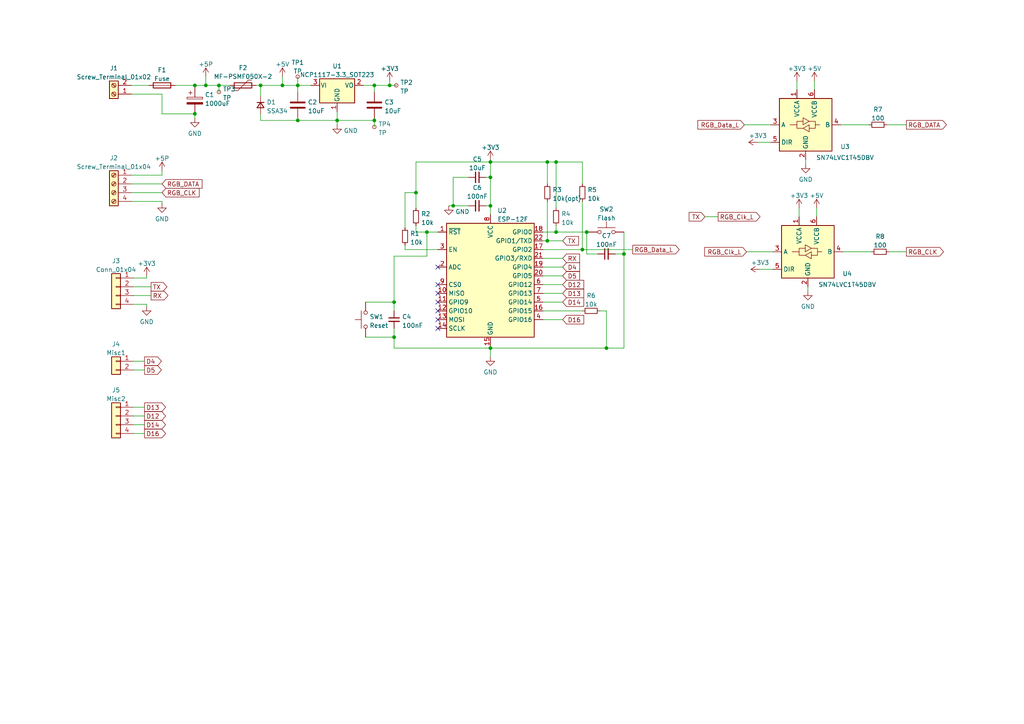
<source format=kicad_sch>
(kicad_sch (version 20211123) (generator eeschema)
  (paper "A4")
  (lib_symbols
    (symbol "Connector:Screw_Terminal_01x02" (pin_names (offset 1.016) hide)
      (property "Reference" "J" (at 0 2.54 0))
      (property "Value" "Screw_Terminal_01x02" (at 0 -5.08 0))
      (symbol "Screw_Terminal_01x02_1_1"
        (rectangle (start -1.27 1.27) (end 1.27 -3.81) (stroke (width 0.254)) (fill (type background)))
        (circle (center 0 -2.54) (radius 0.635) (stroke (width 0.1524)))
        (polyline (pts (xy -0.5334 -2.2098) (xy 0.3302 -3.048)) (stroke (width 0.1524)))
        (polyline (pts (xy -0.5334 0.3302) (xy 0.3302 -0.508)) (stroke (width 0.1524)))
        (polyline (pts (xy -0.3556 -2.032) (xy 0.508 -2.8702)) (stroke (width 0.1524)))
        (polyline (pts (xy -0.3556 0.508) (xy 0.508 -0.3302)) (stroke (width 0.1524)))
        (circle (center 0 0) (radius 0.635) (stroke (width 0.1524)))
        (pin passive line (at -5.08 0 0) (length 3.81) (name "Pin_1") (number "1"))
        (pin passive line (at -5.08 -2.54 0) (length 3.81) (name "Pin_2") (number "2"))
      )
    )
    (symbol "Connector:Screw_Terminal_01x04" (pin_names (offset 1.016) hide)
      (property "Reference" "J" (at 0 5.08 0))
      (property "Value" "Screw_Terminal_01x04" (at 0 -7.62 0))
      (symbol "Screw_Terminal_01x04_1_1"
        (rectangle (start -1.27 3.81) (end 1.27 -6.35) (stroke (width 0.254)) (fill (type background)))
        (circle (center 0 -5.08) (radius 0.635) (stroke (width 0.1524)))
        (circle (center 0 -2.54) (radius 0.635) (stroke (width 0.1524)))
        (polyline (pts (xy -0.5334 -4.7498) (xy 0.3302 -5.588)) (stroke (width 0.1524)))
        (polyline (pts (xy -0.5334 -2.2098) (xy 0.3302 -3.048)) (stroke (width 0.1524)))
        (polyline (pts (xy -0.5334 0.3302) (xy 0.3302 -0.508)) (stroke (width 0.1524)))
        (polyline (pts (xy -0.5334 2.8702) (xy 0.3302 2.032)) (stroke (width 0.1524)))
        (polyline (pts (xy -0.3556 -4.572) (xy 0.508 -5.4102)) (stroke (width 0.1524)))
        (polyline (pts (xy -0.3556 -2.032) (xy 0.508 -2.8702)) (stroke (width 0.1524)))
        (polyline (pts (xy -0.3556 0.508) (xy 0.508 -0.3302)) (stroke (width 0.1524)))
        (polyline (pts (xy -0.3556 3.048) (xy 0.508 2.2098)) (stroke (width 0.1524)))
        (circle (center 0 0) (radius 0.635) (stroke (width 0.1524)))
        (circle (center 0 2.54) (radius 0.635) (stroke (width 0.1524)))
        (pin passive line (at -5.08 2.54 0) (length 3.81) (name "Pin_1") (number "1"))
        (pin passive line (at -5.08 0 0) (length 3.81) (name "Pin_2") (number "2"))
        (pin passive line (at -5.08 -2.54 0) (length 3.81) (name "Pin_3") (number "3"))
        (pin passive line (at -5.08 -5.08 0) (length 3.81) (name "Pin_4") (number "4"))
      )
    )
    (symbol "Connector:TestPoint_Small" (pin_numbers hide) (pin_names (offset 0.762) hide)
      (property "Reference" "TP" (at 0 3.81 0))
      (property "Value" "TestPoint_Small" (at 0 2.032 0))
      (symbol "TestPoint_Small_0_1"
        (circle (center 0 0) (radius 0.508))
      )
      (symbol "TestPoint_Small_1_1"
        (pin passive line (at 0 0 90) (length 0) (name "1") (number "1"))
      )
    )
    (symbol "Connector_Generic:Conn_01x02" (pin_names (offset 1.016) hide)
      (property "Reference" "J" (at 0 2.54 0))
      (property "Value" "Conn_01x02" (at 0 -5.08 0))
      (symbol "Conn_01x02_1_1"
        (rectangle (start -1.27 -2.413) (end 0 -2.667) (stroke (width 0.1524)))
        (rectangle (start -1.27 0.127) (end 0 -0.127) (stroke (width 0.1524)))
        (rectangle (start -1.27 1.27) (end 1.27 -3.81) (stroke (width 0.254)) (fill (type background)))
        (pin passive line (at -5.08 0 0) (length 3.81) (name "Pin_1") (number "1"))
        (pin passive line (at -5.08 -2.54 0) (length 3.81) (name "Pin_2") (number "2"))
      )
    )
    (symbol "Connector_Generic:Conn_01x04" (pin_names (offset 1.016) hide)
      (property "Reference" "J" (at 0 5.08 0))
      (property "Value" "Conn_01x04" (at 0 -7.62 0))
      (symbol "Conn_01x04_1_1"
        (rectangle (start -1.27 -4.953) (end 0 -5.207) (stroke (width 0.1524)))
        (rectangle (start -1.27 -2.413) (end 0 -2.667) (stroke (width 0.1524)))
        (rectangle (start -1.27 0.127) (end 0 -0.127) (stroke (width 0.1524)))
        (rectangle (start -1.27 2.667) (end 0 2.413) (stroke (width 0.1524)))
        (rectangle (start -1.27 3.81) (end 1.27 -6.35) (stroke (width 0.254)) (fill (type background)))
        (pin passive line (at -5.08 2.54 0) (length 3.81) (name "Pin_1") (number "1"))
        (pin passive line (at -5.08 0 0) (length 3.81) (name "Pin_2") (number "2"))
        (pin passive line (at -5.08 -2.54 0) (length 3.81) (name "Pin_3") (number "3"))
        (pin passive line (at -5.08 -5.08 0) (length 3.81) (name "Pin_4") (number "4"))
      )
    )
    (symbol "Device:C" (pin_numbers hide) (pin_names (offset 0.254))
      (property "Reference" "C" (at 0.635 2.54 0))
      (property "Value" "C" (at 0.635 -2.54 0))
      (symbol "C_0_1"
        (polyline (pts (xy -2.032 -0.762) (xy 2.032 -0.762)) (stroke (width 0.508)))
        (polyline (pts (xy -2.032 0.762) (xy 2.032 0.762)) (stroke (width 0.508)))
      )
      (symbol "C_1_1"
        (pin passive line (at 0 3.81 270) (length 2.794) (name "~") (number "1"))
        (pin passive line (at 0 -3.81 90) (length 2.794) (name "~") (number "2"))
      )
    )
    (symbol "Device:C_Polarized" (pin_numbers hide) (pin_names (offset 0.254))
      (property "Reference" "C" (at 0.635 2.54 0))
      (property "Value" "C_Polarized" (at 0.635 -2.54 0))
      (symbol "C_Polarized_0_1"
        (rectangle (start -2.286 0.508) (end 2.286 1.016))
        (polyline (pts (xy -1.778 2.286) (xy -0.762 2.286)))
        (polyline (pts (xy -1.27 2.794) (xy -1.27 1.778)))
        (rectangle (start 2.286 -0.508) (end -2.286 -1.016) (fill (type outline)))
      )
      (symbol "C_Polarized_1_1"
        (pin passive line (at 0 3.81 270) (length 2.794) (name "~") (number "1"))
        (pin passive line (at 0 -3.81 90) (length 2.794) (name "~") (number "2"))
      )
    )
    (symbol "Device:C_Small" (pin_numbers hide) (pin_names (offset 0.254) hide)
      (property "Reference" "C" (at 0.254 1.778 0))
      (property "Value" "C_Small" (at 0.254 -2.032 0))
      (symbol "C_Small_0_1"
        (polyline (pts (xy -1.524 -0.508) (xy 1.524 -0.508)) (stroke (width 0.3302)))
        (polyline (pts (xy -1.524 0.508) (xy 1.524 0.508)) (stroke (width 0.3048)))
      )
      (symbol "C_Small_1_1"
        (pin passive line (at 0 2.54 270) (length 2.032) (name "~") (number "1"))
        (pin passive line (at 0 -2.54 90) (length 2.032) (name "~") (number "2"))
      )
    )
    (symbol "Device:D_Small" (pin_numbers hide) (pin_names (offset 0.254) hide)
      (property "Reference" "D" (at -1.27 2.032 0))
      (property "Value" "D_Small" (at -3.81 -2.032 0))
      (symbol "D_Small_0_1"
        (polyline (pts (xy -0.762 -1.016) (xy -0.762 1.016)) (stroke (width 0.254)))
        (polyline (pts (xy -0.762 0) (xy 0.762 0)))
        (polyline (pts (xy 0.762 -1.016) (xy -0.762 0) (xy 0.762 1.016) (xy 0.762 -1.016)) (stroke (width 0.254)))
      )
      (symbol "D_Small_1_1"
        (pin passive line (at -2.54 0 0) (length 1.778) (name "K") (number "1"))
        (pin passive line (at 2.54 0 180) (length 1.778) (name "A") (number "2"))
      )
    )
    (symbol "Device:Fuse" (pin_numbers hide) (pin_names (offset 0))
      (property "Reference" "F" (at 2.032 0 90))
      (property "Value" "Fuse" (at -1.905 0 90))
      (symbol "Fuse_0_1"
        (rectangle (start -0.762 -2.54) (end 0.762 2.54) (stroke (width 0.254)))
        (polyline (pts (xy 0 2.54) (xy 0 -2.54)))
      )
      (symbol "Fuse_1_1"
        (pin passive line (at 0 3.81 270) (length 1.27) (name "~") (number "1"))
        (pin passive line (at 0 -3.81 90) (length 1.27) (name "~") (number "2"))
      )
    )
    (symbol "Device:Polyfuse" (pin_numbers hide) (pin_names (offset 0))
      (property "Reference" "F" (at -2.54 0 90))
      (property "Value" "Polyfuse" (at 2.54 0 90))
      (symbol "Polyfuse_0_1"
        (rectangle (start -0.762 2.54) (end 0.762 -2.54) (stroke (width 0.254)))
        (polyline (pts (xy 0 2.54) (xy 0 -2.54)))
        (polyline (pts (xy -1.524 2.54) (xy -1.524 1.524) (xy 1.524 -1.524) (xy 1.524 -2.54)))
      )
      (symbol "Polyfuse_1_1"
        (pin passive line (at 0 3.81 270) (length 1.27) (name "~") (number "1"))
        (pin passive line (at 0 -3.81 90) (length 1.27) (name "~") (number "2"))
      )
    )
    (symbol "Device:R_Small" (pin_numbers hide) (pin_names (offset 0.254) hide)
      (property "Reference" "R" (at 0.762 0.508 0))
      (property "Value" "R_Small" (at 0.762 -1.016 0))
      (symbol "R_Small_0_1"
        (rectangle (start -0.762 1.778) (end 0.762 -1.778) (stroke (width 0.2032)))
      )
      (symbol "R_Small_1_1"
        (pin passive line (at 0 2.54 270) (length 0.762) (name "~") (number "1"))
        (pin passive line (at 0 -2.54 90) (length 0.762) (name "~") (number "2"))
      )
    )
    (symbol "Logic_LevelTranslator:SN74LVC1T45DBV"
      (property "Reference" "U" (at -6.35 8.89 0))
      (property "Value" "SN74LVC1T45DBV" (at 3.81 8.89 0))
      (symbol "SN74LVC1T45DBV_0_1"
        (rectangle (start -7.62 7.62) (end 7.62 -7.62) (stroke (width 0.254)) (fill (type background)))
        (polyline (pts (xy -2.54 0) (xy -2.54 1.016) (xy -0.762 1.016)))
        (polyline (pts (xy 2.794 0) (xy 2.794 -1.016) (xy 1.016 -1.016)))
        (polyline (pts (xy -0.762 -1.016) (xy -2.54 -1.016) (xy -2.54 0) (xy -4.572 0)))
        (polyline (pts (xy -0.762 0) (xy -0.762 2.032) (xy 1.016 1.016) (xy -0.762 0)))
        (polyline (pts (xy 1.016 1.016) (xy 2.794 1.016) (xy 2.794 0) (xy 4.064 0)))
        (polyline (pts (xy 1.016 0) (xy 1.016 -1.778) (xy 1.016 -2.032) (xy -0.762 -1.016) (xy 1.016 0)))
      )
      (symbol "SN74LVC1T45DBV_1_1"
        (pin power_in line (at -2.54 10.16 270) (length 2.54) (name "VCCA") (number "1"))
        (pin power_in line (at 0 -10.16 90) (length 2.54) (name "GND") (number "2"))
        (pin bidirectional line (at -10.16 0 0) (length 2.54) (name "A") (number "3"))
        (pin bidirectional line (at 10.16 0 180) (length 2.54) (name "B") (number "4"))
        (pin input line (at -10.16 -5.08 0) (length 2.54) (name "DIR") (number "5"))
        (pin power_in line (at 2.54 10.16 270) (length 2.54) (name "VCCB") (number "6"))
      )
    )
    (symbol "RF_Module:ESP-12F"
      (property "Reference" "U" (at -12.7 19.05 0))
      (property "Value" "ESP-12F" (at 12.7 19.05 0))
      (symbol "ESP-12F_0_1"
        (rectangle (start -12.7 17.78) (end 12.7 -15.24) (stroke (width 0.254)) (fill (type background)))
      )
      (symbol "ESP-12F_1_1"
        (pin input line (at -15.24 15.24 0) (length 2.54) (name "~{RST}") (number "1"))
        (pin bidirectional line (at -15.24 -2.54 0) (length 2.54) (name "MISO") (number "10"))
        (pin bidirectional line (at -15.24 -5.08 0) (length 2.54) (name "GPIO9") (number "11"))
        (pin bidirectional line (at -15.24 -7.62 0) (length 2.54) (name "GPIO10") (number "12"))
        (pin bidirectional line (at -15.24 -10.16 0) (length 2.54) (name "MOSI") (number "13"))
        (pin bidirectional line (at -15.24 -12.7 0) (length 2.54) (name "SCLK") (number "14"))
        (pin power_in line (at 0 -17.78 90) (length 2.54) (name "GND") (number "15"))
        (pin bidirectional line (at 15.24 -7.62 180) (length 2.54) (name "GPIO15") (number "16"))
        (pin bidirectional line (at 15.24 10.16 180) (length 2.54) (name "GPIO2") (number "17"))
        (pin bidirectional line (at 15.24 15.24 180) (length 2.54) (name "GPIO0") (number "18"))
        (pin bidirectional line (at 15.24 5.08 180) (length 2.54) (name "GPIO4") (number "19"))
        (pin input line (at -15.24 5.08 0) (length 2.54) (name "ADC") (number "2"))
        (pin bidirectional line (at 15.24 2.54 180) (length 2.54) (name "GPIO5") (number "20"))
        (pin bidirectional line (at 15.24 7.62 180) (length 2.54) (name "GPIO3/RXD") (number "21"))
        (pin bidirectional line (at 15.24 12.7 180) (length 2.54) (name "GPIO1/TXD") (number "22"))
        (pin input line (at -15.24 10.16 0) (length 2.54) (name "EN") (number "3"))
        (pin bidirectional line (at 15.24 -10.16 180) (length 2.54) (name "GPIO16") (number "4"))
        (pin bidirectional line (at 15.24 -5.08 180) (length 2.54) (name "GPIO14") (number "5"))
        (pin bidirectional line (at 15.24 0 180) (length 2.54) (name "GPIO12") (number "6"))
        (pin bidirectional line (at 15.24 -2.54 180) (length 2.54) (name "GPIO13") (number "7"))
        (pin power_in line (at 0 20.32 270) (length 2.54) (name "VCC") (number "8"))
        (pin input line (at -15.24 0 0) (length 2.54) (name "CS0") (number "9"))
      )
    )
    (symbol "Regulator_Linear:NCP1117-3.3_SOT223" (pin_names (offset 0.254))
      (property "Reference" "U" (at -3.81 3.175 0))
      (property "Value" "NCP1117-3.3_SOT223" (at 0 3.175 0))
      (symbol "NCP1117-3.3_SOT223_0_1"
        (rectangle (start -5.08 -5.08) (end 5.08 1.905) (stroke (width 0.254)) (fill (type background)))
      )
      (symbol "NCP1117-3.3_SOT223_1_1"
        (pin power_in line (at 0 -7.62 90) (length 2.54) (name "GND") (number "1"))
        (pin power_out line (at 7.62 0 180) (length 2.54) (name "VO") (number "2"))
        (pin power_in line (at -7.62 0 0) (length 2.54) (name "VI") (number "3"))
      )
    )
    (symbol "Switch:SW_Push" (pin_numbers hide) (pin_names (offset 1.016) hide)
      (property "Reference" "SW" (at 1.27 2.54 0))
      (property "Value" "SW_Push" (at 0 -1.524 0))
      (symbol "SW_Push_0_1"
        (circle (center -2.032 0) (radius 0.508))
        (polyline (pts (xy 0 1.27) (xy 0 3.048)))
        (polyline (pts (xy 2.54 1.27) (xy -2.54 1.27)))
        (circle (center 2.032 0) (radius 0.508))
        (pin passive line (at -5.08 0 0) (length 2.54) (name "1") (number "1"))
        (pin passive line (at 5.08 0 180) (length 2.54) (name "2") (number "2"))
      )
    )
    (symbol "power:+3.3V" (power) (pin_names (offset 0))
      (property "Value" "+3.3V" (at 0 3.556 0))
      (symbol "+3.3V_0_1"
        (polyline (pts (xy -0.762 1.27) (xy 0 2.54)))
        (polyline (pts (xy 0 0) (xy 0 2.54)))
        (polyline (pts (xy 0 2.54) (xy 0.762 1.27)))
      )
      (symbol "+3.3V_1_1"
        (pin power_in line (at 0 0 90) (length 0) hide (name "+3V3") (number "1"))
      )
    )
    (symbol "power:+5P" (power) (pin_names (offset 0))
      (property "Value" "+5P" (at 0 3.556 0))
      (symbol "+5P_0_1"
        (polyline (pts (xy -0.762 1.27) (xy 0 2.54)))
        (polyline (pts (xy 0 0) (xy 0 2.54)))
        (polyline (pts (xy 0 2.54) (xy 0.762 1.27)))
      )
      (symbol "+5P_1_1"
        (pin power_in line (at 0 0 90) (length 0) hide (name "+5P") (number "1"))
      )
    )
    (symbol "power:+5V" (power) (pin_names (offset 0))
      (property "Value" "+5V" (at 0 3.556 0))
      (symbol "+5V_0_1"
        (polyline (pts (xy -0.762 1.27) (xy 0 2.54)))
        (polyline (pts (xy 0 0) (xy 0 2.54)))
        (polyline (pts (xy 0 2.54) (xy 0.762 1.27)))
      )
      (symbol "+5V_1_1"
        (pin power_in line (at 0 0 90) (length 0) hide (name "+5V") (number "1"))
      )
    )
    (symbol "power:GND" (power) (pin_names (offset 0))
      (property "Value" "GND" (at 0 -3.81 0))
      (symbol "GND_0_1"
        (polyline (pts (xy 0 0) (xy 0 -1.27) (xy 1.27 -1.27) (xy 0 -2.54) (xy -1.27 -1.27) (xy 0 -1.27)))
      )
      (symbol "GND_1_1"
        (pin power_in line (at 0 0 270) (length 0) hide (name "GND") (number "1"))
      )
    )
  )
  (junction (at 86.36 24.765))
  (junction (at 97.79 34.925))
  (junction (at 114.3 87.63))
  (junction (at 161.29 46.99))
  (junction (at 123.825 67.31))
  (junction (at 56.515 24.765))
  (junction (at 113.03 24.765))
  (junction (at 158.75 46.99))
  (junction (at 170.18 67.31))
  (junction (at 120.65 55.88))
  (junction (at 142.24 51.435))
  (junction (at 86.36 34.925))
  (junction (at 161.29 67.31))
  (junction (at 142.24 46.99))
  (junction (at 175.895 100.965))
  (junction (at 142.24 100.965))
  (junction (at 75.565 24.765))
  (junction (at 108.585 24.765))
  (junction (at 142.24 59.69))
  (junction (at 158.75 69.85))
  (junction (at 108.585 34.925))
  (junction (at 63.5 24.765))
  (junction (at 131.445 59.69))
  (junction (at 56.515 33.02))
  (junction (at 180.975 73.66))
  (junction (at 81.915 24.765))
  (junction (at 114.3 97.79))
  (junction (at 168.91 72.39))
  (junction (at 59.69 24.765))
  (no_connect (at 127 87.63))
  (no_connect (at 127 90.17))
  (no_connect (at 127 82.55))
  (no_connect (at 127 85.09))
  (no_connect (at 127 92.71))
  (no_connect (at 127 95.25))
  (no_connect (at 127 77.47))
  (wire (pts (xy 108.585 24.765) (xy 108.585 26.67)))
  (wire (pts (xy 157.48 82.55) (xy 163.195 82.55)))
  (wire (pts (xy 168.91 53.34) (xy 168.91 46.99)))
  (wire (pts (xy 42.545 88.265) (xy 42.545 88.9)))
  (wire (pts (xy 178.435 73.66) (xy 180.975 73.66)))
  (wire (pts (xy 97.79 34.925) (xy 97.79 36.195)))
  (wire (pts (xy 142.24 46.99) (xy 142.24 51.435)))
  (wire (pts (xy 142.24 100.33) (xy 142.24 100.965)))
  (wire (pts (xy 257.175 36.195) (xy 262.89 36.195)))
  (wire (pts (xy 86.36 34.925) (xy 97.79 34.925)))
  (wire (pts (xy 56.515 33.02) (xy 56.515 34.29)))
  (wire (pts (xy 244.475 73.025) (xy 252.73 73.025)))
  (wire (pts (xy 106.045 97.79) (xy 114.3 97.79)))
  (wire (pts (xy 158.75 46.99) (xy 158.75 53.34)))
  (wire (pts (xy 38.735 120.65) (xy 41.91 120.65)))
  (wire (pts (xy 142.24 46.355) (xy 142.24 46.99)))
  (wire (pts (xy 38.735 83.185) (xy 43.815 83.185)))
  (wire (pts (xy 127 72.39) (xy 117.475 72.39)))
  (wire (pts (xy 157.48 85.09) (xy 163.195 85.09)))
  (wire (pts (xy 175.895 90.17) (xy 175.895 100.965)))
  (wire (pts (xy 38.735 80.645) (xy 42.545 80.645)))
  (wire (pts (xy 142.24 51.435) (xy 142.24 59.69)))
  (wire (pts (xy 114.3 87.63) (xy 114.3 74.295)))
  (wire (pts (xy 46.99 27.305) (xy 46.99 33.02)))
  (wire (pts (xy 74.295 24.765) (xy 75.565 24.765)))
  (wire (pts (xy 38.1 27.305) (xy 46.99 27.305)))
  (wire (pts (xy 157.48 72.39) (xy 168.91 72.39)))
  (wire (pts (xy 75.565 24.765) (xy 75.565 27.94)))
  (wire (pts (xy 142.24 46.99) (xy 120.65 46.99)))
  (wire (pts (xy 216.535 73.025) (xy 224.155 73.025)))
  (wire (pts (xy 173.99 90.17) (xy 175.895 90.17)))
  (wire (pts (xy 120.65 67.31) (xy 123.825 67.31)))
  (wire (pts (xy 161.29 46.99) (xy 161.29 60.325)))
  (wire (pts (xy 86.36 34.29) (xy 86.36 34.925)))
  (wire (pts (xy 46.99 50.8) (xy 46.99 49.53)))
  (wire (pts (xy 75.565 24.765) (xy 81.915 24.765)))
  (wire (pts (xy 120.65 65.405) (xy 120.65 67.31)))
  (wire (pts (xy 123.825 67.31) (xy 127 67.31)))
  (wire (pts (xy 75.565 33.02) (xy 75.565 34.925)))
  (wire (pts (xy 219.71 41.275) (xy 223.52 41.275)))
  (wire (pts (xy 108.585 34.925) (xy 108.585 34.29)))
  (wire (pts (xy 168.91 72.39) (xy 183.515 72.39)))
  (wire (pts (xy 234.315 83.185) (xy 234.315 84.455)))
  (wire (pts (xy 108.585 24.765) (xy 113.03 24.765)))
  (wire (pts (xy 108.585 34.925) (xy 108.585 36.83)))
  (wire (pts (xy 243.84 36.195) (xy 252.095 36.195)))
  (wire (pts (xy 38.735 107.315) (xy 41.91 107.315)))
  (wire (pts (xy 140.97 59.69) (xy 142.24 59.69)))
  (wire (pts (xy 38.1 53.34) (xy 46.99 53.34)))
  (wire (pts (xy 142.24 100.965) (xy 175.895 100.965)))
  (wire (pts (xy 81.915 24.765) (xy 86.36 24.765)))
  (wire (pts (xy 231.775 60.325) (xy 231.775 62.865)))
  (wire (pts (xy 38.735 85.725) (xy 43.815 85.725)))
  (wire (pts (xy 170.18 73.66) (xy 170.18 67.31)))
  (wire (pts (xy 157.48 80.01) (xy 163.195 80.01)))
  (wire (pts (xy 135.89 51.435) (xy 131.445 51.435)))
  (wire (pts (xy 50.8 24.765) (xy 56.515 24.765)))
  (wire (pts (xy 86.36 26.67) (xy 86.36 24.765)))
  (wire (pts (xy 38.735 123.19) (xy 41.91 123.19)))
  (wire (pts (xy 38.735 88.265) (xy 42.545 88.265)))
  (wire (pts (xy 157.48 67.31) (xy 161.29 67.31)))
  (wire (pts (xy 180.975 73.66) (xy 180.975 100.965)))
  (wire (pts (xy 97.79 32.385) (xy 97.79 34.925)))
  (wire (pts (xy 173.355 73.66) (xy 170.18 73.66)))
  (wire (pts (xy 114.3 95.25) (xy 114.3 97.79)))
  (wire (pts (xy 168.91 46.99) (xy 161.29 46.99)))
  (wire (pts (xy 105.41 24.765) (xy 108.585 24.765)))
  (wire (pts (xy 56.515 24.765) (xy 59.69 24.765)))
  (wire (pts (xy 113.03 24.765) (xy 113.03 23.495)))
  (wire (pts (xy 117.475 66.04) (xy 117.475 55.88)))
  (wire (pts (xy 106.045 87.63) (xy 114.3 87.63)))
  (wire (pts (xy 220.345 78.105) (xy 224.155 78.105)))
  (wire (pts (xy 75.565 34.925) (xy 86.36 34.925)))
  (wire (pts (xy 236.855 60.325) (xy 236.855 62.865)))
  (wire (pts (xy 117.475 72.39) (xy 117.475 71.12)))
  (wire (pts (xy 161.29 67.31) (xy 170.18 67.31)))
  (wire (pts (xy 38.735 118.11) (xy 41.91 118.11)))
  (wire (pts (xy 81.915 22.225) (xy 81.915 24.765)))
  (wire (pts (xy 86.36 22.225) (xy 86.36 24.765)))
  (wire (pts (xy 158.75 58.42) (xy 158.75 69.85)))
  (wire (pts (xy 236.22 23.495) (xy 236.22 26.035)))
  (wire (pts (xy 63.5 24.765) (xy 66.675 24.765)))
  (wire (pts (xy 180.975 100.965) (xy 175.895 100.965)))
  (wire (pts (xy 161.29 46.99) (xy 158.75 46.99)))
  (wire (pts (xy 46.99 33.02) (xy 56.515 33.02)))
  (wire (pts (xy 131.445 51.435) (xy 131.445 59.69)))
  (wire (pts (xy 63.5 24.765) (xy 63.5 26.67)))
  (wire (pts (xy 257.81 73.025) (xy 262.89 73.025)))
  (wire (pts (xy 113.03 24.765) (xy 114.935 24.765)))
  (wire (pts (xy 97.79 34.925) (xy 108.585 34.925)))
  (wire (pts (xy 38.735 104.775) (xy 41.91 104.775)))
  (wire (pts (xy 170.18 67.31) (xy 170.815 67.31)))
  (wire (pts (xy 59.69 24.765) (xy 63.5 24.765)))
  (wire (pts (xy 161.29 67.31) (xy 161.29 65.405)))
  (wire (pts (xy 114.3 87.63) (xy 114.3 90.17)))
  (wire (pts (xy 142.24 51.435) (xy 140.97 51.435)))
  (wire (pts (xy 38.1 55.88) (xy 46.99 55.88)))
  (wire (pts (xy 215.9 36.195) (xy 223.52 36.195)))
  (wire (pts (xy 38.1 24.765) (xy 43.18 24.765)))
  (wire (pts (xy 157.48 69.85) (xy 158.75 69.85)))
  (wire (pts (xy 168.91 72.39) (xy 168.91 58.42)))
  (wire (pts (xy 142.24 100.965) (xy 142.24 103.505)))
  (wire (pts (xy 56.515 24.765) (xy 56.515 25.4)))
  (wire (pts (xy 158.75 46.99) (xy 142.24 46.99)))
  (wire (pts (xy 59.69 22.225) (xy 59.69 24.765)))
  (wire (pts (xy 158.75 69.85) (xy 163.195 69.85)))
  (wire (pts (xy 120.65 46.99) (xy 120.65 55.88)))
  (wire (pts (xy 114.3 100.965) (xy 142.24 100.965)))
  (wire (pts (xy 157.48 90.17) (xy 168.91 90.17)))
  (wire (pts (xy 114.3 97.79) (xy 114.3 100.965)))
  (wire (pts (xy 46.99 58.42) (xy 46.99 59.055)))
  (wire (pts (xy 204.47 62.865) (xy 208.28 62.865)))
  (wire (pts (xy 180.975 67.31) (xy 180.975 73.66)))
  (wire (pts (xy 157.48 92.71) (xy 163.195 92.71)))
  (wire (pts (xy 117.475 55.88) (xy 120.65 55.88)))
  (wire (pts (xy 42.545 80.645) (xy 42.545 80.01)))
  (wire (pts (xy 86.36 24.765) (xy 90.17 24.765)))
  (wire (pts (xy 157.48 87.63) (xy 163.195 87.63)))
  (wire (pts (xy 120.65 60.325) (xy 120.65 55.88)))
  (wire (pts (xy 114.3 74.295) (xy 123.825 74.295)))
  (wire (pts (xy 231.14 23.495) (xy 231.14 26.035)))
  (wire (pts (xy 38.1 58.42) (xy 46.99 58.42)))
  (wire (pts (xy 38.1 50.8) (xy 46.99 50.8)))
  (wire (pts (xy 157.48 74.93) (xy 163.195 74.93)))
  (wire (pts (xy 142.24 59.69) (xy 142.24 62.23)))
  (wire (pts (xy 38.735 125.73) (xy 41.91 125.73)))
  (wire (pts (xy 157.48 77.47) (xy 163.195 77.47)))
  (wire (pts (xy 130.175 59.69) (xy 131.445 59.69)))
  (wire (pts (xy 135.89 59.69) (xy 131.445 59.69)))
  (wire (pts (xy 123.825 74.295) (xy 123.825 67.31)))
  (wire (pts (xy 233.68 46.355) (xy 233.68 47.625)))
  (global_label "D13" (shape output) (at 41.91 118.11 0) (property "Intersheet References" "${INTERSHEET_REFS}" (effects hide)))
  (global_label "D13" (shape input) (at 163.195 85.09 0) (property "Intersheet References" "${INTERSHEET_REFS}" (effects hide)))
  (global_label "D12" (shape output) (at 41.91 120.65 0) (property "Intersheet References" "${INTERSHEET_REFS}" (effects hide)))
  (global_label "TX" (shape input) (at 204.47 62.865 180) (property "Intersheet References" "${INTERSHEET_REFS}" (effects hide)))
  (global_label "RGB_Clk_L" (shape output) (at 208.28 62.865 0) (property "Intersheet References" "${INTERSHEET_REFS}" (effects hide)))
  (global_label "RGB_Clk_L" (shape input) (at 216.535 73.025 180) (property "Intersheet References" "${INTERSHEET_REFS}" (effects hide)))
  (global_label "RGB_CLK" (shape output) (at 262.89 73.025 0) (property "Intersheet References" "${INTERSHEET_REFS}" (effects hide)))
  (global_label "D5" (shape output) (at 41.91 107.315 0) (property "Intersheet References" "${INTERSHEET_REFS}" (effects hide)))
  (global_label "RGB_CLK" (shape input) (at 46.99 55.88 0) (property "Intersheet References" "${INTERSHEET_REFS}" (effects hide)))
  (global_label "TX" (shape output) (at 43.815 83.185 0) (property "Intersheet References" "${INTERSHEET_REFS}" (effects hide)))
  (global_label "D5" (shape input) (at 163.195 80.01 0) (property "Intersheet References" "${INTERSHEET_REFS}" (effects hide)))
  (global_label "RGB_DATA" (shape output) (at 262.89 36.195 0) (property "Intersheet References" "${INTERSHEET_REFS}" (effects hide)))
  (global_label "RGB_Data_L" (shape output) (at 183.515 72.39 0) (property "Intersheet References" "${INTERSHEET_REFS}" (effects hide)))
  (global_label "RX" (shape output) (at 43.815 85.725 0) (property "Intersheet References" "${INTERSHEET_REFS}" (effects hide)))
  (global_label "D4" (shape output) (at 41.91 104.775 0) (property "Intersheet References" "${INTERSHEET_REFS}" (effects hide)))
  (global_label "RGB_Data_L" (shape input) (at 215.9 36.195 180) (property "Intersheet References" "${INTERSHEET_REFS}" (effects hide)))
  (global_label "D14" (shape input) (at 163.195 87.63 0) (property "Intersheet References" "${INTERSHEET_REFS}" (effects hide)))
  (global_label "TX" (shape input) (at 163.195 69.85 0) (property "Intersheet References" "${INTERSHEET_REFS}" (effects hide)))
  (global_label "D16" (shape output) (at 41.91 125.73 0) (property "Intersheet References" "${INTERSHEET_REFS}" (effects hide)))
  (global_label "D14" (shape output) (at 41.91 123.19 0) (property "Intersheet References" "${INTERSHEET_REFS}" (effects hide)))
  (global_label "D12" (shape input) (at 163.195 82.55 0) (property "Intersheet References" "${INTERSHEET_REFS}" (effects hide)))
  (global_label "RX" (shape input) (at 163.195 74.93 0) (property "Intersheet References" "${INTERSHEET_REFS}" (effects hide)))
  (global_label "D4" (shape input) (at 163.195 77.47 0) (property "Intersheet References" "${INTERSHEET_REFS}" (effects hide)))
  (global_label "RGB_DATA" (shape input) (at 46.99 53.34 0) (property "Intersheet References" "${INTERSHEET_REFS}" (effects hide)))
  (global_label "D16" (shape input) (at 163.195 92.71 0) (property "Intersheet References" "${INTERSHEET_REFS}" (effects hide)))
  (symbol (lib_id "Connector:TestPoint_Small") (at 108.585 36.83 180) (unit 1)
    (property "Reference" "TP4" (at 109.728 35.9953 0) (effects (justify right)))
    (property "Value" "TP" (at 109.728 38.5322 0) (effects (justify right)))
    (property "Footprint" "TestPoint:TestPoint_Pad_D1.5mm" (effects hide))
  )
  (symbol (lib_id "Device:Polyfuse") (at 70.485 24.765 90) (unit 1)
    (property "Reference" "F2" (at 70.485 19.6682 90))
    (property "Value" "MF-PSMF050X-2" (at 70.485 22.2051 90))
    (property "Footprint" "Fuse:Fuse_0805_2012Metric_Pad1.15x1.40mm_HandSolder" (effects hide))
    (property "LCSC URL" "https://www.lcsc.com/product-detail/Resettable-Fuses_BOURNS-MF-PSMF050X-2_C116170.html" (effects hide))
  )
  (symbol (lib_id "power:GND") (at 130.175 59.69 0) (unit 1)
    (property "Reference" "#PWR010" (effects hide))
    (property "Value" "GND" (at 132.08 61.3938 0) (effects (justify left)))
  )
  (symbol (lib_id "power:+5P") (at 46.99 49.53 0) (unit 1)
    (property "Reference" "#PWR03" (effects hide))
    (property "Value" "+5P" (at 46.99 45.9542 0))
  )
  (symbol (lib_id "Device:R_Small") (at 254.635 36.195 270) (unit 1)
    (property "Reference" "R7" (at 254.635 31.7586 90))
    (property "Value" "100" (at 254.635 34.2955 90))
    (property "Footprint" "Resistor_SMD:R_0603_1608Metric_Pad0.98x0.95mm_HandSolder" (effects hide))
    (property "LCSC URL" "https://www.lcsc.com/product-detail/Chip-Resistor-Surface-Mount_UNI-ROYAL-Uniroyal-Elec-0603WAF1000T5E_C22775.html" (effects hide))
  )
  (symbol (lib_id "RF_Module:ESP-12F") (at 142.24 82.55 0) (unit 1)
    (property "Reference" "U2" (at 144.2594 61.0702 0) (effects (justify left)))
    (property "Value" "ESP-12F" (at 144.2594 63.6071 0) (effects (justify left)))
    (property "Footprint" "RF_Module:ESP-12E" (effects hide))
    (property "Datasheet" "http://wiki.ai-thinker.com/_media/esp8266/esp8266_series_modules_user_manual_v1.1.pdf" (effects hide))
  )
  (symbol (lib_id "Device:C_Small") (at 138.43 51.435 270) (unit 1)
    (property "Reference" "C5" (at 138.4236 46.1731 90))
    (property "Value" "10uF" (at 138.4236 48.71 90))
    (property "Footprint" "Capacitor_SMD:C_0603_1608Metric_Pad1.08x0.95mm_HandSolder" (effects hide))
    (property "LCSC URL" "https://www.lcsc.com/product-detail/Multilayer-Ceramic-Capacitors-MLCC-SMD-SMT_Samsung-Electro-Mechanics-CL10A106KQ8NNNC_C95839.html" (effects hide))
  )
  (symbol (lib_id "Device:R_Small") (at 255.27 73.025 270) (unit 1)
    (property "Reference" "R8" (at 255.27 68.5886 90))
    (property "Value" "100" (at 255.27 71.1255 90))
    (property "Footprint" "Resistor_SMD:R_0603_1608Metric_Pad0.98x0.95mm_HandSolder" (effects hide))
    (property "LCSC URL" "https://www.lcsc.com/product-detail/Chip-Resistor-Surface-Mount_UNI-ROYAL-Uniroyal-Elec-0603WAF1000T5E_C22775.html" (effects hide))
  )
  (symbol (lib_id "Connector:TestPoint_Small") (at 63.5 26.67 180) (unit 1)
    (property "Reference" "TP3" (at 64.643 25.8353 0) (effects (justify right)))
    (property "Value" "TP" (at 64.643 28.3722 0) (effects (justify right)))
    (property "Footprint" "TestPoint:TestPoint_Pad_D1.5mm" (effects hide))
  )
  (symbol (lib_id "Switch:SW_Push") (at 175.895 67.31 0) (unit 1)
    (property "Reference" "SW2" (at 175.895 60.6892 0))
    (property "Value" "Flash" (at 175.895 63.2261 0))
    (property "Footprint" "Button_Switch_SMD:SW_SPST_TL3342" (effects hide))
    (property "LCSC URL" "https://www.lcsc.com/product-detail/Tactile-Switches_SHOU-HAN-TS5215A-250gf-025_C5140332.html" (effects hide))
  )
  (symbol (lib_id "Device:C_Small") (at 114.3 92.71 0) (unit 1)
    (property "Reference" "C4" (at 116.6241 91.8816 0) (effects (justify left)))
    (property "Value" "100nF" (at 116.6241 94.4185 0) (effects (justify left)))
    (property "Footprint" "Capacitor_SMD:C_0603_1608Metric_Pad1.08x0.95mm_HandSolder" (effects hide))
    (property "LCSC URL" "https://www.lcsc.com/product-detail/Multilayer-Ceramic-Capacitors-MLCC-SMD-SMT_YAGEO-CC0603KRX7R9BB104_C14663.html" (effects hide))
  )
  (symbol (lib_id "Connector:TestPoint_Small") (at 86.36 22.225 90) (unit 1)
    (property "Reference" "TP1" (at 86.36 18.1442 90))
    (property "Value" "TP" (at 86.36 20.6811 90))
    (property "Footprint" "TestPoint:TestPoint_Pad_D1.5mm" (effects hide))
  )
  (symbol (lib_id "power:GND") (at 56.515 34.29 0) (unit 1)
    (property "Reference" "#PWR05" (effects hide))
    (property "Value" "GND" (at 56.515 38.7334 0))
  )
  (symbol (lib_id "power:+3.3V") (at 142.24 46.355 0) (unit 1)
    (property "Reference" "#PWR011" (effects hide))
    (property "Value" "+3.3V" (at 142.24 42.7792 0))
  )
  (symbol (lib_id "Device:R_Small") (at 171.45 90.17 90) (unit 1)
    (property "Reference" "R6" (at 171.45 85.7336 90))
    (property "Value" "10k" (at 171.45 88.2705 90))
    (property "Footprint" "Resistor_SMD:R_0603_1608Metric_Pad0.98x0.95mm_HandSolder" (effects hide))
    (property "LCSC URL" "https://www.lcsc.com/product-detail/Chip-Resistor-Surface-Mount_FOJAN-FRC0603J103TS_C2930027.html" (effects hide))
  )
  (symbol (lib_id "Device:R_Small") (at 120.65 62.865 180) (unit 1)
    (property "Reference" "R2" (at 122.1486 62.0303 0) (effects (justify right)))
    (property "Value" "10k" (at 122.1486 64.5672 0) (effects (justify right)))
    (property "Footprint" "Resistor_SMD:R_0603_1608Metric_Pad0.98x0.95mm_HandSolder" (effects hide))
    (property "LCSC URL" "https://www.lcsc.com/product-detail/Chip-Resistor-Surface-Mount_FOJAN-FRC0603J103TS_C2930027.html" (effects hide))
  )
  (symbol (lib_id "power:GND") (at 97.79 36.195 0) (unit 1)
    (property "Reference" "#PWR08" (effects hide))
    (property "Value" "GND" (at 99.695 37.8988 0) (effects (justify left)))
  )
  (symbol (lib_id "Connector_Generic:Conn_01x04") (at 33.655 120.65 0) (mirror y) (unit 1)
    (property "Reference" "J5" (at 33.655 113.1402 0))
    (property "Value" "Misc2" (at 33.655 115.6771 0))
    (property "Footprint" "Connector_PinHeader_2.54mm:PinHeader_1x04_P2.54mm_Vertical" (effects hide))
  )
  (symbol (lib_id "Connector:Screw_Terminal_01x04") (at 33.02 53.34 0) (mirror y) (unit 1)
    (property "Reference" "J2" (at 33.02 45.8302 0))
    (property "Value" "Screw_Terminal_01x04" (at 33.02 48.3671 0))
    (property "Footprint" "TerminalBlock:TerminalBlock_bornier-4_P5.08mm" (effects hide))
    (property "LCSC URL" "https://www.lcsc.com/product-detail/Screw-terminal_Ningbo-Kangnex-Elec-WJ127-5-0-4P_C192779.html" (effects hide))
  )
  (symbol (lib_id "Device:C") (at 108.585 30.48 0) (unit 1)
    (property "Reference" "C3" (at 111.506 29.6453 0) (effects (justify left)))
    (property "Value" "10uF" (at 111.506 32.1822 0) (effects (justify left)))
    (property "Footprint" "Capacitor_SMD:C_0603_1608Metric_Pad1.08x0.95mm_HandSolder" (effects hide))
    (property "LCSC URL" "https://www.lcsc.com/product-detail/Multilayer-Ceramic-Capacitors-MLCC-SMD-SMT_Samsung-Electro-Mechanics-CL10A106KQ8NNNC_C95839.html" (effects hide))
  )
  (symbol (lib_id "power:+3.3V") (at 42.545 80.01 0) (unit 1)
    (property "Reference" "#PWR01" (effects hide))
    (property "Value" "+3.3V" (at 42.545 76.4342 0))
  )
  (symbol (lib_id "power:GND") (at 233.68 47.625 0) (unit 1)
    (property "Reference" "#PWR017" (effects hide))
    (property "Value" "GND" (at 233.68 52.0684 0))
  )
  (symbol (lib_id "Device:C_Small") (at 175.895 73.66 90) (unit 1)
    (property "Reference" "C7" (at 175.9013 68.3981 90))
    (property "Value" "100nF" (at 175.9013 70.935 90))
    (property "Footprint" "Capacitor_SMD:C_0603_1608Metric_Pad1.08x0.95mm_HandSolder" (effects hide))
    (property "LCSC URL" "https://www.lcsc.com/product-detail/Multilayer-Ceramic-Capacitors-MLCC-SMD-SMT_YAGEO-CC0603KRX7R9BB104_C14663.html" (effects hide))
  )
  (symbol (lib_id "power:+3.3V") (at 113.03 23.495 0) (unit 1)
    (property "Reference" "#PWR09" (effects hide))
    (property "Value" "+3.3V" (at 113.03 19.9192 0))
  )
  (symbol (lib_id "Device:R_Small") (at 117.475 68.58 180) (unit 1)
    (property "Reference" "R1" (at 118.9736 67.7453 0) (effects (justify right)))
    (property "Value" "10k" (at 118.9736 70.2822 0) (effects (justify right)))
    (property "Footprint" "Resistor_SMD:R_0603_1608Metric_Pad0.98x0.95mm_HandSolder" (effects hide))
    (property "LCSC URL" "https://www.lcsc.com/product-detail/Chip-Resistor-Surface-Mount_FOJAN-FRC0603J103TS_C2930027.html" (effects hide))
  )
  (symbol (lib_id "Connector:Screw_Terminal_01x02") (at 33.02 27.305 180) (unit 1)
    (property "Reference" "J1" (at 33.02 19.7952 0))
    (property "Value" "Screw_Terminal_01x02" (at 33.02 22.3321 0))
    (property "Footprint" "TerminalBlock:TerminalBlock_bornier-2_P5.08mm" (effects hide))
    (property "LCSC URL" "https://www.lcsc.com/product-detail/Screw-terminal_Ningbo-Kangnex-Elec-WJ127-5-0-2P_C3703.html" (effects hide))
  )
  (symbol (lib_id "Connector_Generic:Conn_01x04") (at 33.655 83.185 0) (mirror y) (unit 1)
    (property "Reference" "J3" (at 33.655 75.6752 0))
    (property "Value" "Conn_01x04" (at 33.655 78.2121 0))
    (property "Footprint" "Connector_PinHeader_2.54mm:PinHeader_1x04_P2.54mm_Vertical" (effects hide))
  )
  (symbol (lib_id "Device:C") (at 86.36 30.48 0) (unit 1)
    (property "Reference" "C2" (at 89.281 29.6453 0) (effects (justify left)))
    (property "Value" "10uF" (at 89.281 32.1822 0) (effects (justify left)))
    (property "Footprint" "Capacitor_SMD:C_0603_1608Metric_Pad1.08x0.95mm_HandSolder" (effects hide))
    (property "LCSC URL" "https://www.lcsc.com/product-detail/Multilayer-Ceramic-Capacitors-MLCC-SMD-SMT_Samsung-Electro-Mechanics-CL10A106KQ8NNNC_C95839.html" (effects hide))
  )
  (symbol (lib_id "Device:D_Small") (at 75.565 30.48 270) (unit 1)
    (property "Reference" "D1" (at 77.343 29.6453 90) (effects (justify left)))
    (property "Value" "SSA34" (at 77.343 32.1822 90) (effects (justify left)))
    (property "Footprint" "Diode_SMD:D_SMA" (effects hide))
    (property "LCSC URL" "https://www.lcsc.com/product-detail/Schottky-Barrier-Diodes-SBD_Vishay-Intertech-SSA34-E3-61T_C466998.html" (effects hide))
  )
  (symbol (lib_id "power:+3.3V") (at 231.14 23.495 0) (unit 1)
    (property "Reference" "#PWR015" (effects hide))
    (property "Value" "+3.3V" (at 231.14 19.9192 0))
  )
  (symbol (lib_id "power:+5P") (at 59.69 22.225 0) (unit 1)
    (property "Reference" "#PWR06" (effects hide))
    (property "Value" "+5P" (at 59.69 18.6492 0))
  )
  (symbol (lib_id "power:GND") (at 234.315 84.455 0) (unit 1)
    (property "Reference" "#PWR018" (effects hide))
    (property "Value" "GND" (at 234.315 88.8984 0))
  )
  (symbol (lib_id "Connector_Generic:Conn_01x02") (at 33.655 104.775 0) (mirror y) (unit 1)
    (property "Reference" "J4" (at 33.655 99.8052 0))
    (property "Value" "Misc1" (at 33.655 102.3421 0))
    (property "Footprint" "Connector_PinHeader_2.54mm:PinHeader_1x02_P2.54mm_Vertical" (effects hide))
  )
  (symbol (lib_id "power:+5V") (at 236.22 23.495 0) (unit 1)
    (property "Reference" "#PWR019" (effects hide))
    (property "Value" "+5V" (at 236.22 19.9192 0))
  )
  (symbol (lib_id "Connector:TestPoint_Small") (at 114.935 24.765 180) (unit 1)
    (property "Reference" "TP2" (at 116.078 23.9303 0) (effects (justify right)))
    (property "Value" "TP" (at 116.078 26.4672 0) (effects (justify right)))
    (property "Footprint" "TestPoint:TestPoint_Pad_D1.5mm" (effects hide))
  )
  (symbol (lib_id "power:GND") (at 142.24 103.505 0) (unit 1)
    (property "Reference" "#PWR012" (effects hide))
    (property "Value" "GND" (at 142.24 107.9484 0))
  )
  (symbol (lib_id "power:GND") (at 46.99 59.055 0) (unit 1)
    (property "Reference" "#PWR04" (effects hide))
    (property "Value" "GND" (at 46.99 63.4984 0))
  )
  (symbol (lib_id "Switch:SW_Push") (at 106.045 92.71 90) (unit 1)
    (property "Reference" "SW1" (at 107.188 91.8753 90) (effects (justify right)))
    (property "Value" "Reset" (at 107.188 94.4122 90) (effects (justify right)))
    (property "Footprint" "Button_Switch_SMD:SW_SPST_TL3342" (effects hide))
    (property "LCSC URL" "https://www.lcsc.com/product-detail/Tactile-Switches_SHOU-HAN-TS5215A-250gf-025_C5140332.html" (effects hide))
  )
  (symbol (lib_id "power:+5V") (at 236.855 60.325 0) (unit 1)
    (property "Reference" "#PWR020" (effects hide))
    (property "Value" "+5V" (at 236.855 56.7492 0))
  )
  (symbol (lib_id "Logic_LevelTranslator:SN74LVC1T45DBV") (at 233.68 36.195 0) (unit 1)
    (property "Reference" "U3" (at 245.11 42.545 0))
    (property "Value" "SN74LVC1T45DBV" (at 245.11 45.72 0))
    (property "Footprint" "Package_TO_SOT_SMD:SOT-23-6" (effects hide))
    (property "Datasheet" "http://www.ti.com/lit/ds/symlink/sn74lvc1t45.pdf" (effects hide))
    (property "LCSC URL" "https://www.lcsc.com/product-detail/Buffer-Driver-Transceiver_Texas-Instruments-SN74LVC1T45DBVR_C7843.html" (effects hide))
  )
  (symbol (lib_id "power:GND") (at 42.545 88.9 0) (unit 1)
    (property "Reference" "#PWR02" (effects hide))
    (property "Value" "GND" (at 42.545 93.3434 0))
  )
  (symbol (lib_id "power:+3.3V") (at 219.71 41.275 90) (unit 1)
    (property "Reference" "#PWR013" (effects hide))
    (property "Value" "+3.3V" (at 217.17 39.37 90) (effects (justify right)))
  )
  (symbol (lib_id "Device:R_Small") (at 161.29 62.865 180) (unit 1)
    (property "Reference" "R4" (at 162.7886 62.0303 0) (effects (justify right)))
    (property "Value" "10k" (at 162.7886 64.5672 0) (effects (justify right)))
    (property "Footprint" "Resistor_SMD:R_0603_1608Metric_Pad0.98x0.95mm_HandSolder" (effects hide))
    (property "LCSC URL" "https://www.lcsc.com/product-detail/Chip-Resistor-Surface-Mount_FOJAN-FRC0603J103TS_C2930027.html" (effects hide))
  )
  (symbol (lib_id "Regulator_Linear:NCP1117-3.3_SOT223") (at 97.79 24.765 0) (unit 1)
    (property "Reference" "U1" (at 97.79 19.1602 0))
    (property "Value" "NCP1117-3.3_SOT223" (at 97.79 21.6971 0))
    (property "Footprint" "Package_TO_SOT_SMD:SOT-223-3_TabPin2" (effects hide))
    (property "Datasheet" "http://www.onsemi.com/pub_link/Collateral/NCP1117-D.PDF" (effects hide))
    (property "LCSC URL" "https://www.lcsc.com/product-detail/Linear-Voltage-Regulators-LDO_onsemi-NCP1117LPST33T3G_C146799.html" (effects hide))
  )
  (symbol (lib_id "Device:R_Small") (at 168.91 55.88 180) (unit 1)
    (property "Reference" "R5" (at 170.4086 55.0453 0) (effects (justify right)))
    (property "Value" "10k" (at 170.4086 57.5822 0) (effects (justify right)))
    (property "Footprint" "Resistor_SMD:R_0603_1608Metric_Pad0.98x0.95mm_HandSolder" (effects hide))
    (property "LCSC URL" "https://www.lcsc.com/product-detail/Chip-Resistor-Surface-Mount_FOJAN-FRC0603J103TS_C2930027.html" (effects hide))
  )
  (symbol (lib_id "Device:Fuse") (at 46.99 24.765 90) (unit 1)
    (property "Reference" "F1" (at 46.99 20.3032 90))
    (property "Value" "Fuse" (at 46.99 22.8401 90))
    (property "Footprint" "Custom:XF-505P" (effects hide))
    (property "LCSC URL" "https://www.lcsc.com/product-detail/Fuse-Holders_XFCN-XF-505P_C843270.html" (effects hide))
  )
  (symbol (lib_id "Device:C_Small") (at 138.43 59.69 270) (unit 1)
    (property "Reference" "C6" (at 138.4236 54.4281 90))
    (property "Value" "100nF" (at 138.4236 56.965 90))
    (property "Footprint" "Capacitor_SMD:C_0603_1608Metric_Pad1.08x0.95mm_HandSolder" (effects hide))
    (property "LCSC URL" "https://www.lcsc.com/product-detail/Multilayer-Ceramic-Capacitors-MLCC-SMD-SMT_YAGEO-CC0603KRX7R9BB104_C14663.html" (effects hide))
  )
  (symbol (lib_id "Device:C_Polarized") (at 56.515 29.21 0) (unit 1)
    (property "Reference" "C1" (at 59.436 27.4863 0) (effects (justify left)))
    (property "Value" "1000uF" (at 59.436 30.0232 0) (effects (justify left)))
    (property "Footprint" "Capacitor_THT:CP_Radial_D8.0mm_P3.50mm" (effects hide))
    (property "LCSC URL" "https://www.lcsc.com/product-detail/Aluminum-Electrolytic-Capacitors-Leaded_CX-Dongguan-Chengxing-Elec-KM108M010F12RR0VH2FP0_C10752.html" (effects hide))
  )
  (symbol (lib_id "Logic_LevelTranslator:SN74LVC1T45DBV") (at 234.315 73.025 0) (unit 1)
    (property "Reference" "U4" (at 245.745 79.375 0))
    (property "Value" "SN74LVC1T45DBV" (at 245.745 82.55 0))
    (property "Footprint" "Package_TO_SOT_SMD:SOT-23-6" (effects hide))
    (property "Datasheet" "http://www.ti.com/lit/ds/symlink/sn74lvc1t45.pdf" (effects hide))
    (property "LCSC URL" "https://www.lcsc.com/product-detail/Buffer-Driver-Transceiver_Texas-Instruments-SN74LVC1T45DBVR_C7843.html" (effects hide))
  )
  (symbol (lib_id "power:+3.3V") (at 220.345 78.105 90) (unit 1)
    (property "Reference" "#PWR014" (effects hide))
    (property "Value" "+3.3V" (at 217.805 76.2 90) (effects (justify right)))
  )
  (symbol (lib_id "Device:R_Small") (at 158.75 55.88 180) (unit 1)
    (property "Reference" "R3" (at 160.2486 55.0453 0) (effects (justify right)))
    (property "Value" "10k(opt)" (at 160.2486 57.5822 0) (effects (justify right)))
    (property "Footprint" "Resistor_SMD:R_0603_1608Metric_Pad0.98x0.95mm_HandSolder" (effects hide))
    (property "LCSC URL" "https://www.lcsc.com/product-detail/Chip-Resistor-Surface-Mount_FOJAN-FRC0603J103TS_C2930027.html" (effects hide))
  )
  (symbol (lib_id "power:+5V") (at 81.915 22.225 0) (unit 1)
    (property "Reference" "#PWR07" (effects hide))
    (property "Value" "+5V" (at 81.915 18.6492 0))
  )
  (symbol (lib_id "power:+3.3V") (at 231.775 60.325 0) (unit 1)
    (property "Reference" "#PWR016" (effects hide))
    (property "Value" "+3.3V" (at 231.775 56.7492 0))
  )
)
</source>
